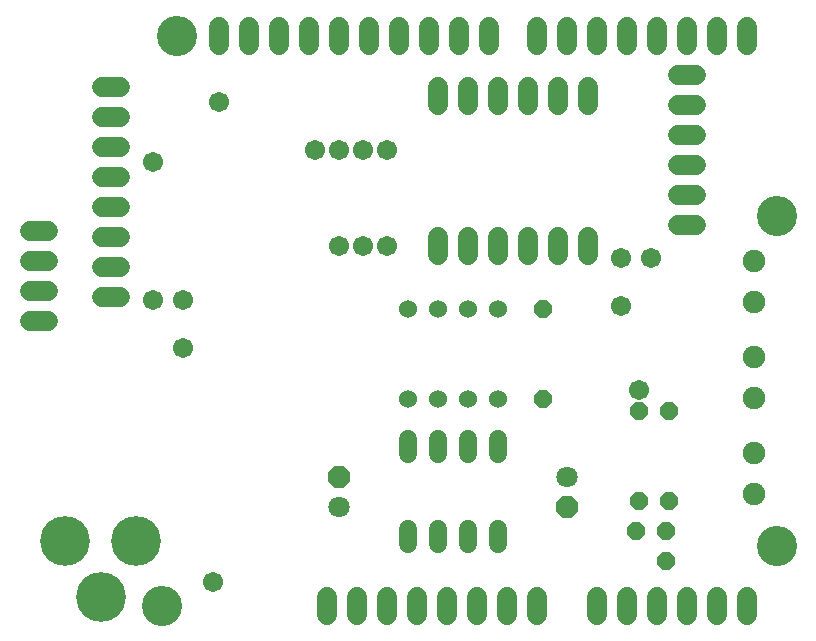
<source format=gbr>
G04 EAGLE Gerber RS-274X export*
G75*
%MOMM*%
%FSLAX34Y34*%
%LPD*%
%INSoldermask Top*%
%IPPOS*%
%AMOC8*
5,1,8,0,0,1.08239X$1,22.5*%
G01*
%ADD10C,3.403200*%
%ADD11C,4.216400*%
%ADD12C,1.727200*%
%ADD13C,1.524000*%
%ADD14C,1.903200*%
%ADD15P,1.649562X8X292.500000*%
%ADD16P,1.649562X8X112.500000*%
%ADD17C,1.524000*%
%ADD18P,1.951982X8X112.500000*%
%ADD19C,1.803400*%
%ADD20P,1.951982X8X292.500000*%
%ADD21C,1.703200*%


D10*
X660400Y355600D03*
X660400Y76200D03*
X152400Y508000D03*
X139700Y25400D03*
D11*
X117950Y80010D03*
X57950Y80010D03*
X87950Y33010D03*
D12*
X279400Y33020D02*
X279400Y17780D01*
X304800Y17780D02*
X304800Y33020D01*
X330200Y33020D02*
X330200Y17780D01*
X355600Y17780D02*
X355600Y33020D01*
X381000Y33020D02*
X381000Y17780D01*
X406400Y17780D02*
X406400Y33020D01*
X431800Y33020D02*
X431800Y17780D01*
X457200Y17780D02*
X457200Y33020D01*
X508000Y33020D02*
X508000Y17780D01*
X533400Y17780D02*
X533400Y33020D01*
X558800Y33020D02*
X558800Y17780D01*
X584200Y17780D02*
X584200Y33020D01*
X609600Y33020D02*
X609600Y17780D01*
X635000Y17780D02*
X635000Y33020D01*
X635000Y500380D02*
X635000Y515620D01*
X609600Y515620D02*
X609600Y500380D01*
X584200Y500380D02*
X584200Y515620D01*
X558800Y515620D02*
X558800Y500380D01*
X533400Y500380D02*
X533400Y515620D01*
X508000Y515620D02*
X508000Y500380D01*
X482600Y500380D02*
X482600Y515620D01*
X457200Y515620D02*
X457200Y500380D01*
X416560Y500380D02*
X416560Y515620D01*
X391160Y515620D02*
X391160Y500380D01*
X365760Y500380D02*
X365760Y515620D01*
X340360Y515620D02*
X340360Y500380D01*
X314960Y500380D02*
X314960Y515620D01*
X289560Y515620D02*
X289560Y500380D01*
X264160Y500380D02*
X264160Y515620D01*
X238760Y515620D02*
X238760Y500380D01*
X213360Y500380D02*
X213360Y515620D01*
X187960Y515620D02*
X187960Y500380D01*
D13*
X347980Y200660D03*
X373380Y200660D03*
X373380Y276860D03*
X347980Y276860D03*
X398780Y200660D03*
X424180Y200660D03*
X398780Y276860D03*
X424180Y276860D03*
D14*
X641080Y282220D03*
X641080Y317220D03*
D15*
X462280Y276860D03*
X462280Y200660D03*
D14*
X641080Y200940D03*
X641080Y235940D03*
X641080Y119660D03*
X641080Y154660D03*
D15*
X568960Y190500D03*
X568960Y114300D03*
D16*
X566420Y63500D03*
X566420Y88900D03*
X541020Y88900D03*
D15*
X543560Y190500D03*
X543560Y114300D03*
D12*
X373380Y449580D02*
X373380Y464820D01*
X398780Y464820D02*
X398780Y449580D01*
X424180Y449580D02*
X424180Y464820D01*
X449580Y464820D02*
X449580Y449580D01*
X474980Y449580D02*
X474980Y464820D01*
X500380Y464820D02*
X500380Y449580D01*
X373380Y337820D02*
X373380Y322580D01*
X398780Y322580D02*
X398780Y337820D01*
X424180Y337820D02*
X424180Y322580D01*
X449580Y322580D02*
X449580Y337820D01*
X474980Y337820D02*
X474980Y322580D01*
X500380Y322580D02*
X500380Y337820D01*
D17*
X347980Y90424D02*
X347980Y77216D01*
X373380Y77216D02*
X373380Y90424D01*
X373380Y153416D02*
X373380Y166624D01*
X347980Y166624D02*
X347980Y153416D01*
X398780Y90424D02*
X398780Y77216D01*
X424180Y77216D02*
X424180Y90424D01*
X398780Y153416D02*
X398780Y166624D01*
X424180Y166624D02*
X424180Y153416D01*
D18*
X289560Y134620D03*
D19*
X289560Y109220D03*
D20*
X482600Y109220D03*
D19*
X482600Y134620D03*
D12*
X576580Y347980D02*
X591820Y347980D01*
X591820Y373380D02*
X576580Y373380D01*
X576580Y398780D02*
X591820Y398780D01*
X591820Y424180D02*
X576580Y424180D01*
X576580Y449580D02*
X591820Y449580D01*
X591820Y474980D02*
X576580Y474980D01*
X104140Y287020D02*
X88900Y287020D01*
X88900Y312420D02*
X104140Y312420D01*
X104140Y337820D02*
X88900Y337820D01*
X88900Y363220D02*
X104140Y363220D01*
X104140Y388620D02*
X88900Y388620D01*
X88900Y414020D02*
X104140Y414020D01*
X104140Y439420D02*
X88900Y439420D01*
X88900Y464820D02*
X104140Y464820D01*
X43180Y266700D02*
X27940Y266700D01*
X27940Y292100D02*
X43180Y292100D01*
X43180Y317500D02*
X27940Y317500D01*
X27940Y342900D02*
X43180Y342900D01*
D21*
X187960Y452120D03*
X553720Y320040D03*
X543560Y208280D03*
X157480Y284480D03*
X157480Y243840D03*
X528320Y279400D03*
X528320Y320040D03*
X132080Y284480D03*
X182880Y45720D03*
X330200Y411480D03*
X330200Y330200D03*
X309880Y411480D03*
X309880Y330200D03*
X269240Y411480D03*
X132080Y401320D03*
X289560Y411480D03*
X289560Y330200D03*
M02*

</source>
